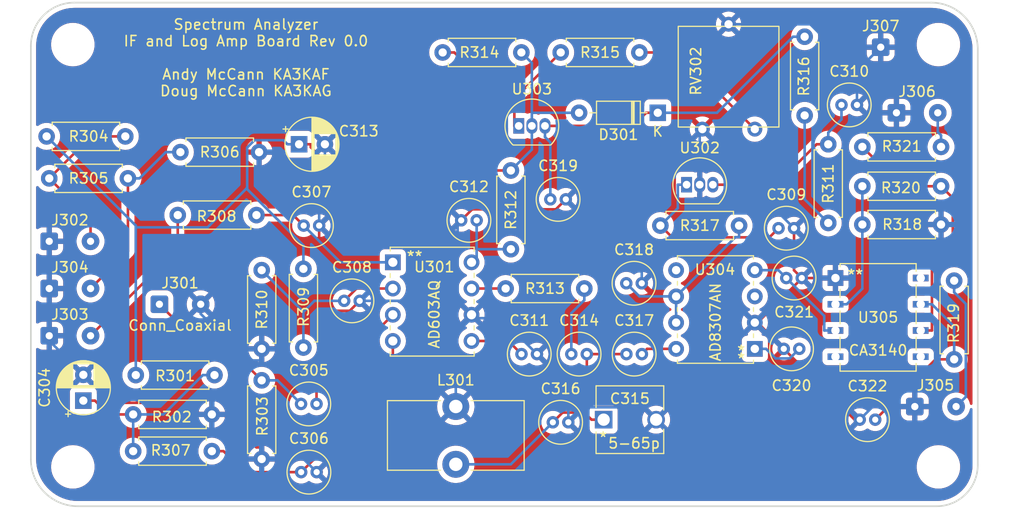
<source format=kicad_pcb>
(kicad_pcb (version 20221018) (generator pcbnew)
  (title_block (title "Spectrum Analyzer: IF and Log Amp") (date "2022-06-17") (rev "0.0") (company "Andy McCann KA3KAF and Doug McCann KA3KAG") (comment 2 "Wes Hayward W7ZOI") (comment 3 "Original Design By:"))
  (layers (0 "F.Cu" signal) (31 "B.Cu" signal) (34 "B.Paste" user) (35 "F.Paste" user) (36 "B.SilkS" user "B.Silkscreen") (37 "F.SilkS" user "F.Silkscreen") (38 "B.Mask" user) (39 "F.Mask" user) (44 "Edge.Cuts" user))
  (net 0 "")
  (net 1 "Net-(C304-Pad1)")
  (net 2 "GND")
  (net 3 "Net-(C305-Pad1)")
  (net 4 "Net-(C305-Pad2)")
  (net 5 "Net-(C306-Pad1)")
  (net 6 "Net-(C307-Pad1)")
  (net 7 "Net-(C308-Pad1)")
  (net 8 "+5")
  (net 9 "Net-(C310-Pad1)")
  (net 10 "Net-(C311-Pad1)")
  (net 11 "Net-(C312-Pad2)")
  (net 12 "+10")
  (net 13 "Net-(C314-Pad1)")
  (net 14 "Net-(C314-Pad2)")
  (net 15 "Net-(C317-Pad2)")
  (net 16 "Net-(C318-Pad1)")
  (net 17 "Net-(C319-Pad1)")
  (net 18 "Net-(C320-Pad2)")
  (net 19 "Net-(C321-Pad1)")
  (net 20 "Net-(C322-Pad2)")
  (net 21 "Net-(C301-Pad3)")
  (net 22 "Net-(C303-Pad3)")
  (net 23 "+15")
  (net 24 "Net-(R313-Pad1)")
  (net 25 "Net-(R314-Pad2)")
  (net 26 "Net-(R315-Pad2)")
  (net 27 "Net-(R318-Pad1)")
  (net 28 "Net-(J305-Pad2)")
  (net 29 "Net-(R320-Pad1)")
  (net 35 "Net-(C302-Pad3)")
  (net 36 "Net-(R321-Pad2)")
  (footprint "Resistor_THT:R_Axial_DIN0207_L6.3mm_D2.5mm_P7.62mm_Horizontal" (layer "F.Cu") (at 141.8336 96.6724 -90)
    (fp_text reference "R312")
    (fp_text value "10")
  )
  (footprint "Resistor_THT:R_Axial_DIN0207_L6.3mm_D2.5mm_P7.62mm_Horizontal" (layer "F.Cu") (at 156.3116 102.0064)
    (fp_text reference "R317")
    (fp_text value "10")
  )
  (footprint "Inductor_THT:L_Toroid_Vertical_L13.0mm_W6.5mm_P5.60mm" (layer "F.Cu") (at 136.4996 119.5264)
    (fp_text reference "L301")
    (fp_text value "1.05u")
  )
  (footprint "Resistor_THT:R_Axial_DIN0207_L6.3mm_D2.5mm_P7.62mm_Horizontal" (layer "F.Cu") (at 172.5676 101.7524 90)
    (fp_text reference "R311")
    (fp_text value "10")
  )
  (footprint "Capacitor_THT:C_Radial_D4.0mm_H5.0mm_P1.50mm" (layer "F.Cu") (at 121.5136 119.2784)
    (fp_text reference "C305")
    (fp_text value ".01u")
  )
  (footprint "if-log-amp:AD603AQ" (layer "F.Cu") (at 130.4036 105.5624)
    (fp_text reference "U301")
    (fp_text value "AD603AQ")
  )
  (footprint "Capacitor_THT:C_Radial_D4.0mm_H5.0mm_P1.50mm" (layer "F.Cu") (at 147.6876 114.4524)
    (fp_text reference "C314")
    (fp_text value "5.6p")
  )
  (footprint "Connector_Wire:SolderWire-0.15sqmm_1x02_P4mm_D0.5mm_OD1.5mm" (layer "F.Cu") (at 107.7976 109.6264)
    (fp_text reference "J301")
    (fp_text value "Conn_Coaxial")
  )
  (footprint "Resistor_THT:R_Axial_DIN0207_L6.3mm_D2.5mm_P7.62mm_Horizontal" (layer "F.Cu") (at 121.7422 113.8174 90)
    (fp_text reference "R309")
    (fp_text value "4.3k")
  )
  (footprint "Resistor_THT:R_Axial_DIN0207_L6.3mm_D2.5mm_P7.62mm_Horizontal" (layer "F.Cu") (at 117.7036 116.9924 -90)
    (fp_text reference "R303")
    (fp_text value "100")
  )
  (footprint "Resistor_THT:R_Axial_DIN0207_L6.3mm_D2.5mm_P7.62mm_Horizontal" (layer "F.Cu") (at 117.1956 100.9904 180)
    (fp_text reference "R308")
    (fp_text value "2.2k")
  )
  (footprint "MountingHole:MountingHole_3.2mm_M3" (layer "F.Cu") (at 99.4156 125.3744)
    (fp_text reference "H301" hide)
    (fp_text value "MountingHole")
  )
  (footprint "Capacitor_THT:C_Radial_D4.0mm_H5.0mm_P1.50mm" (layer "F.Cu") (at 121.7676 102.0064)
    (fp_text reference "C307")
    (fp_text value ".1u")
  )
  (footprint "Connector_Wire:SolderWire-0.15sqmm_1x02_P4mm_D0.5mm_OD1.5mm" (layer "F.Cu") (at 179.1716 91.0844)
    (fp_text reference "J306")
    (fp_text value "Conn_01x02_Male")
  )
  (footprint "Capacitor_THT:C_Radial_D4.0mm_H5.0mm_P1.50mm" (layer "F.Cu") (at 175.6156 120.8024)
    (fp_text reference "C322")
    (fp_text value ".1u")
  )
  (footprint "Capacitor_THT:C_Radial_D4.0mm_H5.0mm_P1.50mm" (layer "F.Cu") (at 153.0096 107.5944)
    (fp_text reference "C318")
    (fp_text value ".1u")
  )
  (footprint "Resistor_THT:R_Axial_DIN0207_L6.3mm_D2.5mm_P7.62mm_Horizontal" (layer "F.Cu") (at 141.3256 108.1024)
    (fp_text reference "R313")
    (fp_text value "1k")
  )
  (footprint "Diode_THT:D_DO-35_SOD27_P7.62mm_Horizontal" (layer "F.Cu") (at 156.0576 91.0844 180)
    (fp_text reference "D301")
    (fp_text value "1N4152")
  )
  (footprint "if-log-amp:GKG60015" (layer "F.Cu") (at 150.8191 120.8024)
    (fp_text reference "C315")
    (fp_text value "5-65p")
  )
  (footprint "Connector_Wire:SolderWire-0.15sqmm_1x02_P4mm_D0.5mm_OD1.5mm" (layer "F.Cu") (at 97.1296 112.6744)
    (fp_text reference "J303")
    (fp_text value "Conn_01x02_Male")
  )
  (footprint "Connector_Wire:SolderWire-0.15sqmm_1x02_P4mm_D0.5mm_OD1.5mm" (layer "F.Cu") (at 97.1296 103.5304)
    (fp_text reference "J302")
    (fp_text value "Conn_01x02_Male")
  )
  (footprint "Capacitor_THT:C_Radial_D4.0mm_H5.0mm_P1.50mm" (layer "F.Cu") (at 145.8976 121.0564)
    (fp_text reference "C316")
    (fp_text value "220p")
  )
  (footprint "Capacitor_THT:CP_Radial_D5.0mm_P2.50mm" (layer "F.Cu") (at 100.4316 118.9595 90)
    (fp_text reference "C304")
    (fp_text value "100u")
  )
  (footprint "if-log-amp:CA3140EZ" (layer "F.Cu") (at 173.2661 107.0864)
    (fp_text reference "U305")
    (fp_text value "CA3140")
  )
  (footprint "MountingHole:MountingHole_3.2mm_M3" (layer "F.Cu") (at 99.4156 84.4804)
    (fp_text reference "H302" hide)
    (fp_text value "MountingHole")
  )
  (footprint "Resistor_THT:R_Axial_DIN0207_L6.3mm_D2.5mm_P7.62mm_Horizontal" (layer "F.Cu") (at 183.4896 98.1964 180)
    (fp_text reference "R320")
    (fp_text value "2.2k")
  )
  (footprint "Resistor_THT:R_Axial_DIN0207_L6.3mm_D2.5mm_P7.62mm_Horizontal" (layer "F.Cu") (at 105.2576 123.8504)
    (fp_text reference "R307")
    (fp_text value "51")
  )
  (footprint "if-log-amp:AD8307AN" (layer "F.Cu") (at 165.4556 113.9444 180)
    (fp_text reference "U304")
    (fp_text value "AD8307AN")
  )
  (footprint "Capacitor_THT:C_Radial_D4.0mm_H5.0mm_P1.50mm" (layer "F.Cu") (at 168.5036 107.0864)
    (fp_text reference "C321")
    (fp_text value ".001u")
  )
  (footprint "Resistor_THT:R_Axial_DIN0207_L6.3mm_D2.5mm_P7.62mm_Horizontal" (layer "F.Cu") (at 97.1296 97.4344)
    (fp_text reference "R305")
    (fp_text value "510")
  )
  (footprint "Capacitor_THT:C_Radial_D4.0mm_H5.0mm_P1.50mm" (layer "F.Cu") (at 167.7536 102.2604)
    (fp_text reference "C309")
    (fp_text value ".1u")
  )
  (footprint "Connector_Wire:SolderWire-0.15sqmm_1x02_P4mm_D0.5mm_OD1.5mm" (layer "F.Cu") (at 180.9496 119.5324)
    (fp_text reference "J305")
    (fp_text value "Conn_01x02_Male")
  )
  (footprint "if-log-amp:Potentiometer_Bourns_3386G_Vertical" (layer "F.Cu") (at 165.4556 92.3544 90)
    (fp_text reference "RV302")
    (fp_text value "100")
  )
  (footprint "Capacitor_THT:C_Radial_D4.0mm_H5.0mm_P1.50mm" (layer "F.Cu") (at 168.2616 113.9444)
    (fp_text reference "C320")
    (fp_text value ".1u")
  )
  (footprint "Resistor_THT:R_Axial_DIN0207_L6.3mm_D2.5mm_P7.62mm_Horizontal" (layer "F.Cu") (at 175.8696 94.3864)
    (fp_text reference "R321")
    (fp_text value "1k")
  )
  (footprint "Resistor_THT:R_Axial_DIN0207_L6.3mm_D2.5mm_P7.62mm_Horizontal" (layer "F.Cu") (at 146.6596 85.2424)
    (fp_text reference "R315")
    (fp_text value "1.5k")
  )
  (footprint "Capacitor_THT:C_Radial_D4.0mm_H5.0mm_P1.50mm" (layer "F.Cu") (at 142.8616 114.4524)
    (fp_text reference "C311")
    (fp_text value "18u")
  )
  (footprint "Resistor_THT:R_Axial_DIN0207_L6.3mm_D2.5mm_P7.62mm_Horizontal" (layer "F.Cu") (at 105.2576 120.2944)
    (fp_text reference "R302")
    (fp_text value "2.2k")
  )
  (footprint "Capacitor_THT:CP_Radial_D5.0mm_P2.50mm" (layer "F.Cu") (at 121.3245 94.1324)
    (fp_text reference "C313")
    (fp_text value "22u")
  )
  (footprint "Capacitor_THT:C_Radial_D4.0mm_H5.0mm_P1.50mm" (layer "F.Cu") (at 125.6912 109.2962)
    (fp_text reference "C308")
    (fp_text value ".1u")
  )
  (footprint "Capacitor_THT:C_Radial_D4.0mm_H5.0mm_P1.50mm" (layer "F.Cu") (at 173.8496 90.3224)
    (fp_text reference "C310")
    (fp_text value ".22u")
  )
  (footprint "Resistor_THT:R_Axial_DIN0207_L6.3mm_D2.5mm_P7.62mm_Horizontal" (layer "F.Cu") (at 184.7596 114.9604 90)
    (fp_text reference "R319")
    (fp_text value "51")
  )
  (footprint "Resistor_THT:R_Axial_DIN0207_L6.3mm_D2.5mm_P7.62mm_Horizontal" (layer "F.Cu") (at 105.5116 116.4844)
    (fp_text reference "R301")
    (fp_text value "2.2k")
  )
  (footprint "MountingHole:MountingHole_3.2mm_M3" (layer "F.Cu") (at 183.2356 125.3744)
    (fp_text reference "H304" hide)
    (fp_text value "MountingHole")
  )
  (footprint "Capacitor_THT:C_Radial_D4.0mm_H5.0mm_P1.50mm" (layer "F.Cu") (at 137.0196 101.4984)
    (fp_text reference "C312")
    (fp_text value ".1u")
  )
  (footprint "Package_TO_SOT_THT:TO-92_Inline" (layer "F.Cu") (at 158.8516 98.0484)
    (fp_text reference "U302")
    (fp_text value "L78L05_TO92")
  )
  (footprint "Resistor_THT:R_Axial_DIN0207_L6.3mm_D2.5mm_P7.62mm_Horizontal" (layer "F.Cu") (at 117.7036 106.3244 -90)
    (fp_text reference "R310")
    (fp_text value "5.6k")
  )
  (footprint "Capacitor_THT:C_Radial_D4.0mm_H5.0mm_P1.50mm" (layer "F.Cu") (at 121.5256 125.8824)
    (fp_text reference "C306")
    (fp_text value ".1u")
  )
  (footprint "Resistor_THT:R_Axial_DIN0207_L6.3mm_D2.5mm_P7.62mm_Horizontal" (layer "F.Cu") (at 170.2816 91.3384 90)
    (fp_text reference "R316")
    (fp_text value "10")
  )
  (footprint "Resistor_THT:R_Axial_DIN0207_L6.3mm_D2.5mm_P7.62mm_Horizontal" (layer "F.Cu") (at 96.8756 93.3704)
    (fp_text reference "R304")
    (fp_text value "680")
  )
  (footprint "MountingHole:MountingHole_3.2mm_M3" (layer "F.Cu") (at 183.2356 84.4804)
    (fp_text reference "H303" hide)
    (fp_text value "MountingHole")
  )
  (footprint "Capacitor_THT:C_Radial_D4.0mm_H5.0mm_P1.50mm" (layer "F.Cu") (at 145.6556 99.4664)
    (fp_text reference "C319")
    (fp_text value ".1u")
  )
  (footprint "Connector_Wire:SolderWire-0.15sqmm_1x02_P4mm_D0.5mm_OD1.5mm" (layer "F.Cu") (at 97.1296 108.1024)
    (fp_text reference "J304")
    (fp_text value "Conn_01x02_Male")
  )
  (footprint "Connector_Wire:SolderWire-0.15sqmm_1x01_D0.5mm_OD1.5mm" (layer "F.Cu") (at 177.6476 84.7344)
    (fp_text reference "J307")
    (fp_text value "Board to Box Ground")
  )
  (footprint "Package_TO_SOT_THT:TO-92_Inline" (layer "F.Cu") (at 142.5956 92.3544)
    (fp_text reference "U303")
    (fp_text value "LM317L_TO92")
  )
  (footprint "Capacitor_THT:C_Radial_D4.0mm_H5.0mm_P1.50mm" (layer "F.Cu") (at 153.0216 114.4524)
    (fp_text reference "C317")
    (fp_text value "5.6p")
  )
  (footprint "Resistor_THT:R_Axial_DIN0207_L6.3mm_D2.5mm_P7.62mm_Horizontal" (layer "F.Cu") (at 142.8496 85.2424 180)
    (fp_text reference "R314")
    (fp_text value "220")
  )
  (footprint "Resistor_THT:R_Axial_DIN0207_L6.3mm_D2.5mm_P7.62mm_Horizontal" (layer "F.Cu") (at 109.8296 94.8944)
    (fp_text reference "R306")
    (fp_text value "1k")
  )
  (footprint "Resistor_THT:R_Axial_DIN0207_L6.3mm_D2.5mm_P7.62mm_Horizontal" (layer "F.Cu") (at 175.8696 101.9048)
    (fp_text reference "R318")
    (fp_text value "680")
  )
  (gr_arc (start 95.3516 84.622991) (mid 96.583682 81.648482) (end 99.558191 80.4164) (stroke (width 0.16)) (layer "Edge.Cuts"))
  (gr_arc (start 187.0456 125.195725) (mid 185.877344 128.016144) (end 183.056925 129.1844) (stroke (width 0.16)) (layer "Edge.Cuts"))
  (gr_arc (start 99.903961 129.1844) (mid 96.684956 127.851044) (end 95.3516 124.632039) (stroke (width 0.16)) (layer "Edge.Cuts"))
  (gr_line (start 187.0456 125.195725) (end 187.0456 84.926181) (stroke (width 0.16)) (layer "Edge.Cuts"))
  (gr_line (start 99.903961 129.1844) (end 183.056925 129.1844) (stroke (width 0.16)) (layer "Edge.Cuts"))
  (gr_line (start 95.3516 84.622991) (end 95.3516 124.632039) (stroke (width 0.16)) (layer "Edge.Cuts"))
  (gr_arc (start 182.535819 80.4164) (mid 185.724716 81.737284) (end 187.0456 84.926181) (stroke (width 0.16)) (layer "Edge.Cuts"))
  (gr_line (start 182.535819 80.4164) (end 99.558191 80.4164) (stroke (width 0.16)) (layer "Edge.Cuts"))
  (gr_text "Spectrum Analyzer\nIF and Log Amp Board Rev 0.0\n\nAndy McCann KA3KAF\nDoug McCann KA3KAG" (at 116.1796 85.7504) (layer "F.SilkS") (effects (font (size 1 1))))
  (segment (start 105.2576 120.2944) (end 102.8918 120.2944) (width 0.25) (layer "F.Cu") (net 1))
  (segment (start 100.4316 118.9595) (end 101.5569 118.9595) (width 0.25) (layer "F.Cu") (net 1))
  (segment (start 102.8918 120.2944) (end 101.5569 118.9595) (width 0.25) (layer "F.Cu") (net 1))
  (segment (start 105.2576 120.2944) (end 105.2576 123.8504) (width 0.25) (layer "B.Cu") (net 1))
  (segment (start 108.1963 120.2944) (end 105.2576 120.2944) (width 0.25) (layer "B.Cu") (net 1))
  (segment (start 112.0063 116.4844) (end 108.1963 120.2944) (width 0.25) (layer "B.Cu") (net 1))
  (segment (start 113.1316 116.4844) (end 112.0063 116.4844) (width 0.25) (layer "B.Cu") (net 1))
  (segment (start 138.0856 100.4324) (end 137.0196 101.4984) (width 0.25) (layer "F.Cu") (net 2))
  (segment (start 112.315 120.2944) (end 111.7523 120.2944) (width 0.25) (layer "F.Cu") (net 2))
  (segment (start 122.5146 110.2587) (end 118.8289 113.9444) (width 0.25) (layer "F.Cu") (net 2))
  (segment (start 112.315 120.2944) (end 112.8776 120.2944) (width 0.25) (layer "F.Cu") (net 2))
  (segment (start 165.4556 111.4044) (end 165.7216 111.4044) (width 0.25) (layer "F.Cu") (net 2))
  (segment (start 100.4316 116.4595) (end 103.1412 119.1691) (width 0.25) (layer "F.Cu") (net 2))
  (segment (start 169.2536 102.2604) (end 169.2536 106.3364) (width 0.25) (layer "F.Cu") (net 2))
  (segment (start 103.1412 119.1691) (end 110.627 119.1691) (width 0.25) (layer "F.Cu") (net 2))
  (segment (start 117.1956 123.4871) (end 117.7036 123.4871) (width 0.25) (layer "F.Cu") (net 2))
  (segment (start 147.1556 99.4664) (end 146.1896 100.4324) (width 0.25) (layer "F.Cu") (net 2))
  (segment (start 177.1827 107.0864) (end 173.2661 107.0864) (width 0.25) (layer "F.Cu") (net 2))
  (segment (start 173.2661 107.0864) (end 172.1788 107.0864) (width 0.25) (layer "F.Cu") (net 2))
  (segment (start 114.0029 120.2944) (end 117.1956 123.4871) (width 0.25) (layer "F.Cu") (net 2))
  (segment (start 165.7216 111.4044) (end 168.2616 113.9444) (width 0.25) (layer "F.Cu") (net 2))
  (segment (start 127.1912 109.2962) (end 126.2287 110.2587) (width 0.25) (layer "F.Cu") (net 2))
  (segment (start 183.4896 101.9048) (end 182.3643 101.9048) (width 0.25) (layer "F.Cu") (net 2))
  (segment (start 112.8776 120.2944) (end 114.0029 120.2944) (width 0.25) (layer "F.Cu") (net 2))
  (segment (start 117.7036 113.9444) (end 118.8289 113.9444) (width 0.25) (layer "F.Cu") (net 2))
  (segment (start 170.0036 107.1224) (end 165.7216 111.4044) (width 0.25) (layer "F.Cu") (net 2))
  (segment (start 175.6156 120.8024) (end 175.1196 120.8024) (width 0.25) (layer "F.Cu") (net 2))
  (segment (start 170.0036 107.0864) (end 172.1788 107.0864) (width 0.25) (layer "F.Cu") (net 2))
  (segment (start 126.2287 110.2587) (end 123.2676 110.2587) (width 0.25) (layer "F.Cu") (net 2))
  (segment (start 175.1196 120.8024) (end 168.2616 113.9444) (width 0.25) (layer "F.Cu") (net 2))
  (segment (start 123.2676 102.0064) (end 123.2676 110.2587) (width 0.25) (layer "F.Cu") (net 2))
  (segment (start 182.3643 101.9048) (end 177.1827 107.0864) (width 0.25) (layer "F.Cu") (net 2))
  (segment (start 117.7036 124.6124) (end 117.7036 123.4871) (width 0.25) (layer "F.Cu") (net 2))
  (segment (start 146.1896 100.4324) (end 138.0856 100.4324) (width 0.25) (layer "F.Cu") (net 2))
  (segment (start 110.627 119.1691) (end 111.7523 120.2944) (width 0.25) (layer "F.Cu") (net 2))
  (segment (start 123.2676 110.2587) (end 122.5146 110.2587) (width 0.25) (layer "F.Cu") (net 2))
  (segment (start 170.0036 107.0864) (end 170.0036 107.1224) (width 0.25) (layer "F.Cu") (net 2))
  (segment (start 169.2536 106.3364) (end 170.0036 107.0864) (width 0.25) (layer "F.Cu") (net 2))
  (segment (start 175.3496 87.0324) (end 177.6476 84.7344) (width 0.25) (layer "B.Cu") (net 2))
  (segment (start 160.1216 99.0111) (end 160.1216 100.8211) (width 0.25) (layer "B.Cu") (net 2))
  (segment (start 123.2676 96.9959) (end 120.6764 96.9959) (width 0.25) (layer "B.Cu") (net 2))
  (segment (start 183.4896 100.7795) (end 179.1716 96.4615) (width 0.25) (layer "B.Cu") (net 2))
  (segment (start 167.8143 100.8211) (end 169.2536 102.2604) (width 0.25) (layer "B.Cu") (net 2))
  (segment (start 176.8856 119.5324) (end 180.9496 119.5324) (width 0.25) (layer "B.Cu") (net 2))
  (segment (start 116.3114 115.0697) (end 116.3114 115.7353) (width 0.25) (layer "B.Cu") (net 2))
  (segment (start 147.3976 119.6029) (end 154.6996 119.6029) (width 0.25) (layer "B.Cu") (net 2))
  (segment (start 116.3114 115.0697) (end 111.7976 110.5559) (width 0.25) (layer "B.Cu") (net 2))
  (segment (start 117.7036 124.6124) (end 121.7556 124.6124) (width 0.25) (layer "B.Cu") (net 2))
  (segment (start 136.4996 119.5264) (end 136.4996 112.4966) (width 0.25) (layer "B.Cu") (net 2))
  (segment (start 112.8776 120.2944) (end 112.8776 119.1691) (width 0.25) (layer "B.Cu") (net 2))
  (segment (start 123.8245 96.439) (end 123.2676 96.9959) (width 0.25) (layer "B.Cu") (net 2))
  (segment (start 183.4896 101.9048) (end 183.4896 100.7795) (width 0.25) (layer "B.Cu") (net 2))
  (segment (start 160.1216 100.8211) (end 154.5096 106.4331) (width 0.25) (layer "B.Cu") (net 2))
  (segment (start 120.6764 96.9959) (end 118.5749 94.8944) (width 0.25) (layer "B.Cu") (net 2))
  (segment (start 127.1912 109.2962) (end 136.6774 109.2962) (width 0.25) (layer "B.Cu") (net 2))
  (segment (start 179.1716 96.4615) (end 179.1716 91.0844) (width 0.25) (layer "B.Cu") (net 2))
  (segment (start 160.1216 100.8211) (end 167.8143 100.8211) (width 0.25) (layer "B.Cu") (net 2))
  (segment (start 138.0236 110.9726) (end 140.8818 110.9726) (width 0.25) (layer "B.Cu") (net 2))
  (segment (start 138.0236 110.6424) (end 138.0236 110.9726) (width 0.25) (layer "B.Cu") (net 2))
  (segment (start 179.1716 91.0844) (end 176.1116 91.0844) (width 0.25) (layer "B.Cu") (net 2))
  (segment (start 147.3976 119.6029) (end 147.3976 117.4884) (width 0.25) (layer "B.Cu") (net 2))
  (segment (start 111.7976 110.5559) (end 111.7976 109.6264) (width 0.25) (layer "B.Cu") (net 2))
  (segment (start 117.7036 115.0697) (end 116.3114 115.0697) (width 0.25) (layer "B.Cu") (net 2))
  (segment (start 175.3496 87.0324) (end 170.8266 82.5094) (width 0.25) (layer "B.Cu") (net 2))
  (segment (start 160.1216 98.0484) (end 160.1216 99.0111) (width 0.25) (layer "B.Cu") (net 2))
  (segment (start 147.3976 117.4884) (end 144.3616 114.4524) (width 0.25) (layer "B.Cu") (net 2))
  (segment (start 154.1223 106.4331) (end 154.5096 106.4331) (width 0.25) (layer "B.Cu") (net 2))
  (segment (start 121.7556 124.6124) (end 123.0256 125.8824) (width 0.25) (layer "B.Cu") (net 2))
  (segment (start 116.3114 115.7353) (end 112.8776 119.1691) (width 0.25) (layer "B.Cu") (net 2))
  (segment (start 170.8266 82.5094) (end 162.9156 82.5094) (width 0.25) (layer "B.Cu") (net 2))
  (segment (start 136.6774 109.2962) (end 138.0236 110.6424) (width 0.25) (layer "B.Cu") (net 2))
  (segment (start 140.8818 110.9726) (end 144.3616 114.4524) (width 0.25) (layer "B.Cu") (net 2))
  (segment (start 136.6774 101.8406) (end 137.0196 101.4984) (width 0.25) (layer "B.Cu") (net 2))
  (segment (start 97.1296 112.6744) (end 97.1296 108.1024) (width 0.25) (layer "B.Cu") (net 2))
  (segment (start 97.1296 103.5304) (end 97.1296 108.1024) (width 0.25) (layer "B.Cu") (net 2))
  (segment (start 123.8245 94.1324) (end 123.8245 96.439) (width 0.25) (layer "B.Cu") (net 2))
  (segment (start 117.7036 113.9444) (end 117.7036 115.0697) (width 0.25) (layer "B.Cu") (net 2))
  (segment (start 176.1116 91.0844) (end 175.3496 90.3224) (width 0.25) (layer "B.Cu") (net 2))
  (segment (start 117.4496 94.8944) (end 118.5749 94.8944) (width 0.25) (layer "B.Cu") (net 2))
  (segment (start 123.2676 102.0064) (end 123.2676 96.9959) (width 0.25) (layer "B.Cu") (net 2))
  (segment (start 154.5096 106.4331) (end 154.5096 107.5944) (width 0.25) (layer "B.Cu") (net 2))
  (segment (start 160.1216 92.9234) (end 160.1216 98.0484) (width 0.25) (layer "B.Cu") (net 2))
  (segment (start 147.1556 99.4664) (end 154.1223 106.4331) (width 0.25) (layer "B.Cu") (net 2))
  (segment (start 147.3976 121.0564) (end 147.3976 119.6029) (width 0.25) (layer "B.Cu") (net 2))
  (segment (start 136.4996 112.4966) (end 138.0236 110.9726) (width 0.25) (layer "B.Cu") (net 2))
  (segment (start 136.6774 109.2962) (end 136.6774 101.8406) (width 0.25) (layer "B.Cu") (net 2))
  (segment (start 100.4316 116.4595) (end 97.1296 113.1575) (width 0.25) (layer "B.Cu") (net 2))
  (segment (start 160.3756 92.6694) (end 160.1216 92.9234) (width 0.25) (layer "B.Cu") (net 2))
  (segment (start 154.6996 119.6029) (end 155.8991 120.8024) (width 0.25) (layer "B.Cu") (net 2))
  (segment (start 175.3496 90.3224) (end 175.3496 87.0324) (width 0.25) (layer "B.Cu") (net 2))
  (segment (start 97.1296 113.1575) (end 97.1296 112.6744) (width 0.25) (layer "B.Cu") (net 2))
  (segment (start 175.6156 120.8024) (end 176.8856 119.5324) (width 0.25) (layer "B.Cu") (net 2))
  (segment (start 117.7036 116.9924) (end 112.1059 111.3947) (width 0.25) (layer "F.Cu") (net 3))
  (segment (start 112.1059 111.3947) (end 109.5659 111.3947) (width 0.25) (layer "F.Cu") (net 3))
  (segment (start 109.5659 111.3947) (end 107.7976 109.6264) (width 0.25) (layer "F.Cu") (net 3))
  (segment (start 117.7036 116.9924) (end 119.2276 116.9924) (width 0.25) (layer "B.Cu") (net 3))
  (segment (start 119.2276 116.9924) (end 121.5136 119.2784) (width 0.25) (layer "B.Cu") (net 3))
  (segment (start 130.4036 110.6424) (end 123.0136 118.0324) (width 0.25) (layer "F.Cu") (net 4))
  (segment (start 123.0136 118.0324) (end 123.0136 119.2784) (width 0.25) (layer "F.Cu") (net 4))
  (segment (start 114.0029 123.8504) (end 116.0349 125.8824) (width 0.25) (layer "F.Cu") (net 5))
  (segment (start 116.0349 125.8824) (end 121.5256 125.8824) (width 0.25) (layer "F.Cu") (net 5))
  (segment (start 112.8776 123.8504) (end 114.0029 123.8504) (width 0.25) (layer "F.Cu") (net 5))
  (segment (start 130.4036 117.0044) (end 121.5256 125.8824) (width 0.25) (layer "F.Cu") (net 5))
  (segment (start 130.4036 113.1824) (end 130.4036 117.0044) (width 0.25) (layer "F.Cu") (net 5))
  (segment (start 120.7516 100.9904) (end 121.7676 102.0064) (width 0.25) (layer "F.Cu") (net 6))
  (segment (start 117.1956 100.9904) (end 120.7516 100.9904) (width 0.25) (layer "F.Cu") (net 6))
  (segment (start 130.4036 105.5624) (end 125.3236 105.5624) (width 0.25) (layer "B.Cu") (net 6))
  (segment (start 125.3236 105.5624) (end 121.7676 102.0064) (width 0.25) (layer "B.Cu") (net 6))
  (segment (start 130.4036 108.1024) (end 126.885 108.1024) (width 0.25) (layer "F.Cu") (net 7))
  (segment (start 126.885 108.1024) (end 125.6912 109.2962) (width 0.25) (layer "F.Cu") (net 7))
  (segment (start 117.7036 106.3244) (end 121.7422 110.363) (width 0.25) (layer "B.Cu") (net 7))
  (segment (start 122.809 109.2962) (end 121.7422 110.363) (width 0.25) (layer "B.Cu") (net 7))
  (segment (start 125.6912 109.2962) (end 122.809 109.2962) (width 0.25) (layer "B.Cu") (net 7))
  (segment (start 121.7422 110.363) (end 121.7422 113.8174) (width 0.25) (layer "B.Cu") (net 7))
  (segment (start 157.4527 103.1475) (end 156.3116 102.0064) (width 0.25) (layer "F.Cu") (net 8))
  (segment (start 166.8665 103.1475) (end 157.4527 103.1475) (width 0.25) (layer "F.Cu") (net 8))
  (segment (start 167.7536 102.2604) (end 166.8665 103.1475) (width 0.25) (layer "F.Cu") (net 8))
  (segment (start 158.0013 98.0484) (end 158.0013 100.3167) (width 0.25) (layer "B.Cu") (net 8))
  (segment (start 158.0013 100.3167) (end 156.3116 102.0064) (width 0.25) (layer "B.Cu") (net 8))
  (segment (start 158.8516 98.0484) (end 158.0013 98.0484) (width 0.25) (layer "B.Cu") (net 8))
  (segment (start 172.5676 94.1324) (end 171.4423 94.1324) (width 0.25) (layer "F.Cu") (net 9))
  (segment (start 167.5263 98.0484) (end 171.4423 94.1324) (width 0.25) (layer "F.Cu") (net 9))
  (segment (start 161.3916 98.0484) (end 167.5263 98.0484) (width 0.25) (layer "F.Cu") (net 9))
  (segment (start 173.8496 91.7251) (end 173.8496 90.3224) (width 0.25) (layer "B.Cu") (net 9))
  (segment (start 172.5676 93.0071) (end 173.8496 91.7251) (width 0.25) (layer "B.Cu") (net 9))
  (segment (start 172.5676 94.1324) (end 172.5676 93.0071) (width 0.25) (layer "B.Cu") (net 9))
  (segment (start 138.0236 113.1824) (end 141.5916 113.1824) (width 0.25) (layer "F.Cu") (net 10))
  (segment (start 141.5916 113.1824) (end 142.8616 114.4524) (width 0.25) (layer "F.Cu") (net 10))
  (segment (start 138.5196 104.2924) (end 138.5196 101.4984) (width 0.25) (layer "B.Cu") (net 11))
  (segment (start 138.5196 104.2924) (end 140.7083 104.2924) (width 0.25) (layer "B.Cu") (net 11))
  (segment (start 138.5196 105.0664) (end 138.5196 104.2924) (width 0.25) (layer "B.Cu") (net 11))
  (segment (start 138.0236 105.5624) (end 138.5196 105.0664) (width 0.25) (layer "B.Cu") (net 11))
  (segment (start 141.8336 104.2924) (end 140.7083 104.2924) (width 0.25) (layer "B.Cu") (net 11))
  (segment (start 124.7085 96.6724) (end 122.4498 94.4137) (width 0.25) (layer "F.Cu") (net 12))
  (segment (start 141.8336 96.6724) (end 124.7085 96.6724) (width 0.25) (layer "F.Cu") (net 12))
  (segment (start 122.4498 94.4137) (end 122.4498 94.1324) (width 0.25) (layer "F.Cu") (net 12))
  (segment (start 121.3245 94.1324) (end 122.4498 94.1324) (width 0.25) (layer "F.Cu") (net 12))
  (segment (start 121.7422 103.9258) (end 121.7422 106.1974) (width 0.25) (layer "B.Cu") (net 12))
  (segment (start 147.3123 91.0844) (end 143.8656 91.0844) (width 0.25) (layer "B.Cu") (net 12))
  (segment (start 143.8656 91.0844) (end 143.8656 92.3544) (width 0.25) (layer "B.Cu") (net 12))
  (segment (start 96.8756 93.3704) (end 105.5116 102.0064) (width 0.25) (layer "B.Cu") (net 12))
  (segment (start 116.2962 94.4448) (end 117.0035 93.7375) (width 0.25) (layer "B.Cu") (net 12))
  (segment (start 116.2962 98.3503) (end 116.2962 94.4448) (width 0.25) (layer "B.Cu") (net 12))
  (segment (start 119.8043 93.7375) (end 120.1992 94.1324) (width 0.25) (layer "B.Cu") (net 12))
  (segment (start 116.2315 98.415) (end 121.7422 103.9258) (width 0.25) (layer "B.Cu") (net 12))
  (segment (start 112.4684 102.1781) (end 116.2315 98.415) (width 0.25) (layer "B.Cu") (net 12))
  (segment (start 105.5116 102.1781) (end 105.5116 116.4844) (width 0.25) (layer "B.Cu") (net 12))
  (segment (start 142.8496 85.2424) (end 143.8656 86.2584) (width 0.25) (layer "B.Cu") (net 12))
  (segment (start 116.2315 98.415) (end 116.2962 98.3503) (width 0.25) (layer "B.Cu") (net 12))
  (segment (start 143.8656 94.6404) (end 141.8336 96.6724) (width 0.25) (layer "B.Cu") (net 12))
  (segment (start 121.3245 94.1324) (end 120.1992 94.1324) (width 0.25) (layer "B.Cu") (net 12))
  (segment (start 148.4376 91.0844) (end 147.3123 91.0844) (width 0.25) (layer "B.Cu") (net 12))
  (segment (start 143.8656 86.2584) (end 143.8656 91.0844) (width 0.25) (layer "B.Cu") (net 12))
  (segment (start 105.5116 102.0064) (end 105.5116 102.1781) (width 0.25) (layer "B.Cu") (net 12))
  (segment (start 143.8656 92.3544) (end 143.8656 94.6404) (width 0.25) (layer "B.Cu") (net 12))
  (segment (start 117.0035 93.7375) (end 119.8043 93.7375) (width 0.25) (layer "B.Cu") (net 12))
  (segment (start 105.5116 102.1781) (end 112.4684 102.1781) (width 0.25) (layer "B.Cu") (net 12))
  (segment (start 147.6876 110.4857) (end 147.6876 114.4524) (width 0.25) (layer "B.Cu") (net 13))
  (segment (start 148.9456 109.2277) (end 147.6876 110.4857) (width 0.25) (layer "B.Cu") (net 13))
  (segment (start 148.9456 108.1024) (end 148.9456 109.2277) (width 0.25) (layer "B.Cu") (net 13))
  (segment (start 150.8191 120.8024) (end 149.6429 120.8024) (width 0.25) (layer "F.Cu") (net 14))
  (segment (start 153.0216 114.4524) (end 149.1876 114.4524) (width 0.25) (layer "F.Cu") (net 14))
  (segment (start 146.8391 120.1149) (end 145.8976 121.0564) (width 0.25) (layer "F.Cu") (net 14))
  (segment (start 148.9554 120.1149) (end 146.8391 120.1149) (width 0.25) (layer "F.Cu") (net 14))
  (segment (start 149.6429 120.8024) (end 148.9554 120.1149) (width 0.25) (layer "F.Cu") (net 14))
  (segment (start 149.1876 119.8827) (end 148.9554 120.1149) (width 0.25) (layer "F.Cu") (net 14))
  (segment (start 149.1876 114.4524) (end 149.1876 119.8827) (width 0.25) (layer "F.Cu") (net 14))
  (segment (start 141.8276 125.1264) (end 136.4996 125.1264) (width 0.25) (layer "B.Cu") (net 14))
  (segment (start 145.8976 121.0564) (end 141.8276 125.1264) (width 0.25) (layer "B.Cu") (net 14))
  (segment (start 155.0296 113.9444) (end 154.5216 114.4524) (width 0.25) (layer "F.Cu") (net 15))
  (segment (start 157.8356 113.9444) (end 155.0296 113.9444) (width 0.25) (layer "F.Cu") (net 15))
  (segment (start 163.9316 102.0064) (end 163.9316 103.1317) (width 0.25) (layer "B.Cu") (net 16))
  (segment (start 154.2796 108.8644) (end 153.0096 107.5944) (width 0.25) (layer "B.Cu") (net 16))
  (segment (start 157.8356 108.8644) (end 154.2796 108.8644) (width 0.25) (layer "B.Cu") (net 16))
  (segment (start 157.8356 108.8644) (end 163.5683 103.1317) (width 0.25) (layer "B.Cu") (net 16))
  (segment (start 163.5683 103.1317) (end 163.9316 103.1317) (width 0.25) (layer "B.Cu") (net 16))
  (segment (start 157.8356 111.4044) (end 157.8356 108.8644) (width 0.25) (layer "B.Cu") (net 16))
  (segment (start 153.6623 92.3544) (end 145.1356 92.3544) (width 0.25) (layer "F.Cu") (net 17))
  (segment (start 156.0576 91.0844) (end 154.9323 91.0844) (width 0.25) (layer "F.Cu") (net 17))
  (segment (start 154.9323 91.0844) (end 153.6623 92.3544) (width 0.25) (layer "F.Cu") (net 17))
  (segment (start 145.1356 93.4297) (end 145.6556 93.9497) (width 0.25) (layer "B.Cu") (net 17))
  (segment (start 170.2816 83.7184) (end 169.1563 83.7184) (width 0.25) (layer "B.Cu") (net 17))
  (segment (start 161.7903 91.0844) (end 156.0576 91.0844) (width 0.25) (layer "B.Cu") (net 17))
  (segment (start 145.6556 93.9497) (end 145.6556 99.4664) (width 0.25) (layer "B.Cu") (net 17))
  (segment (start 169.1563 83.7184) (end 161.7903 91.0844) (width 0.25) (layer "B.Cu") (net 17))
  (segment (start 145.1356 92.3544) (end 145.1356 93.4297) (width 0.25) (layer "B.Cu") (net 17))
  (segment (start 167.4705 114.872) (end 168.834 114.872) (width 0.25) (layer "B.Cu") (net 18))
  (segment (start 165.4556 113.9444) (end 166.5429 113.9444) (width 0.25) (layer "B.Cu") (net 18))
  (segment (start 166.5429 113.9444) (end 167.4705 114.872) (width 0.25) (layer "B.Cu") (net 18))
  (segment (start 168.834 114.872) (end 169.7616 113.9444) (width 0.25) (layer "B.Cu") (net 18))
  (segment (start 173.2661 112.1664) (end 172.1788 112.1664) (width 0.25) (layer "B.Cu") (net 19))
  (segment (start 165.4556 106.3244) (end 167.7416 106.3244) (width 0.25) (layer "B.Cu") (net 19))
  (segment (start 172.1788 112.1664) (end 172.1788 110.7616) (width 0.25) (layer "B.Cu") (net 19))
  (segment (start 172.1788 110.7616) (end 168.5036 107.0864) (width 0.25) (layer "B.Cu") (net 19))
  (segment (start 167.7416 106.3244) (end 168.5036 107.0864) (width 0.25) (layer "B.Cu") (net 19))
  (segment (start 184.7596 114.9604) (end 182.9576 114.9604) (width 0.25) (layer "F.Cu") (net 20))
  (segment (start 182.9576 114.9604) (end 177.1156 120.8024) (width 0.25) (layer "F.Cu") (net 20))
  (segment (start 182.6084 109.6264) (end 184.7596 111.7776) (width 0.25) (layer "B.Cu") (net 20))
  (segment (start 181.5211 109.6264) (end 182.6084 109.6264) (width 0.25) (layer "B.Cu") (net 20))
  (segment (start 184.7596 111.7776) (end 184.7596 114.9604) (width 0.25) (layer "B.Cu") (net 20))
  (segment (start 101.1936 93.3704) (end 97.1296 97.4344) (width 0.25) (layer "F.Cu") (net 21))
  (segment (start 101.1296 101.4344) (end 97.1296 97.4344) (width 0.25) (layer "F.Cu") (net 21))
  (segment (start 101.1296 103.5304) (end 101.1296 101.4344) (width 0.25) (layer "F.Cu") (net 21))
  (segment (start 104.4956 93.3704) (end 101.1936 93.3704) (width 0.25) (layer "F.Cu") (net 21))
  (segment (start 104.7496 97.4344) (end 104.7496 104.4824) (width 0.25) (layer "F.Cu") (net 22))
  (segment (start 104.7496 104.4824) (end 101.1296 108.1024) (width 0.25) (layer "F.Cu") (net 22))
  (segment (start 109.8296 94.8944) (end 108.4149 94.8944) (width 0.25) (layer "B.Cu") (net 22))
  (segment (start 104.7496 97.4344) (end 105.8749 97.4344) (width 0.25) (layer "B.Cu") (net 22))
  (segment (start 108.4149 94.8944) (end 105.8749 97.4344) (width 0.25) (layer "B.Cu") (net 22))
  (segment (start 170.2816 99.4664) (end 172.5676 101.7524) (width 0.25) (layer "B.Cu") (net 23))
  (segment (start 170.2816 91.3384) (end 170.2816 99.4664) (width 0.25) (layer "B.Cu") (net 23))
  (segment (start 141.3256 108.1024) (end 138.0236 108.1024) (width 0.25) (layer "F.Cu") (net 24))
  (segment (start 142.1705 89.7315) (end 146.6596 85.2424) (width 0.25) (layer "F.Cu") (net 25))
  (segment (start 136.3549 85.2424) (end 140.844 89.7315) (width 0.25) (layer "F.Cu") (net 25))
  (segment (start 140.844 89.7315) (end 142.1705 89.7315) (width 0.25) (layer "F.Cu") (net 25))
  (segment (start 142.5956 92.3544) (end 142.1705 92.3544) (width 0.25) (layer "F.Cu") (net 25))
  (segment (start 135.2296 85.2424) (end 136.3549 85.2424) (width 0.25) (layer "F.Cu") (net 25))
  (segment (start 142.1705 92.3544) (end 142.1705 89.7315) (width 0.25) (layer "F.Cu") (net 25))
  (segment (start 154.2796 85.2424) (end 158.0286 85.2424) (width 0.25) (layer "F.Cu") (net 26))
  (segment (start 158.0286 85.2424) (end 165.4556 92.6694) (width 0.25) (layer "F.Cu") (net 26))
  (segment (start 175.8696 108.1102) (end 174.3534 109.6264) (width 0.25) (layer "B.Cu") (net 27))
  (segment (start 175.8696 101.9048) (end 175.8696 108.1102) (width 0.25) (layer "B.Cu") (net 27))
  (segment (start 175.8696 98.1964) (end 175.8696 101.9048) (width 0.25) (layer "B.Cu") (net 27))
  (segment (start 173.2661 109.6264) (end 174.3534 109.6264) (width 0.25) (layer "B.Cu") (net 27))
  (segment (start 185.8918 109.5979) (end 185.8918 118.5902) (width 0.25) (layer "B.Cu") (net 28))
  (segment (start 185.8918 118.5902) (end 184.9496 119.5324) (width 0.25) (layer "B.Cu") (net 28))
  (segment (start 184.7596 107.3404) (end 184.7596 108.4657) (width 0.25) (layer "B.Cu") (net 28))
  (segment (start 184.7596 108.4657) (end 185.8918 109.5979) (width 0.25) (layer "B.Cu") (net 28))
  (segment (start 175.8696 94.3864) (end 179.6796 98.1964) (width 0.25) (layer "F.Cu") (net 29))
  (segment (start 183.4896 98.1964) (end 184.6293 99.3361) (width 0.25) (layer "F.Cu") (net 29))
  (segment (start 179.6796 98.1964) (end 183.4896 98.1964) (width 0.25) (layer "F.Cu") (net 29))
  (segment (start 184.6293 99.3361) (end 184.6293 103.8911) (width 0.25) (layer "F.Cu") (net 29))
  (segment (start 182.6084 105.912) (end 182.6084 112.1664) (width 0.25) (layer "F.Cu") (net 29))
  (segment (start 184.6293 103.8911) (end 182.6084 105.912) (width 0.25) (layer "F.Cu") (net 29))
  (segment (start 181.5211 112.1664) (end 182.6084 112.1664) (width 0.25) (layer "F.Cu") (net 29))
  (segment (start 109.5756 100.9904) (end 109.5756 104.2284) (width 0.25) (layer "F.Cu") (net 35))
  (segment (start 109.5756 104.2284) (end 101.1296 112.6744) (width 0.25) (layer "F.Cu") (net 35))
  (segment (start 183.4896 94.3864) (end 183.4896 93.2611) (width 0.25) (layer "B.Cu") (net 36))
  (segment (start 183.4896 93.2611) (end 183.1716 92.9431) (width 0.25) (layer "B.Cu") (net 36))
  (segment (start 183.1716 92.9431) (end 183.1716 91.0844) (width 0.25) (layer "B.Cu") (net 36))
  (zone (net 2) (net_name "GND") (layer "F.Cu") (connect_pads (clearance 0.508)) (min_thickness 0.254) (fill yes (thermal_gap 0.508) (thermal_bridge_width 0.508))
    (polygon (pts (xy 184.7596 81.1784) (xy 185.5216 81.6864) (xy 186.5376 83.4644) (xy 187.0456 85.7504) (xy 187.0456 125.1204) (xy 186.5376 126.6444) (xy 185.2676 128.4224) (xy 183.9976 128.9304) (xy 183.2356 129.1844) (xy 99.9236 129.1844) (xy 98.1456 128.9304) (xy 97.1296 128.1684) (xy 96.3676 127.4064) (xy 95.8596 126.3904) (xy 95.3516 124.6124) (xy 95.3516 83.9724) (xy 95.6056 82.9564) (xy 96.1136 82.1944) (xy 96.8756 81.4324) (xy 97.8916 80.6704) (xy 98.9076 80.4164) (xy 183.2356 80.4164)))
  )
  (zone (net 2) (net_name "GND") (layer "B.Cu") (connect_pads (clearance 0.508)) (min_thickness 0.254) (fill yes (thermal_gap 0.508) (thermal_bridge_width 0.508))
    (polygon (pts (xy 183.4896 80.4164) (xy 185.7756 81.6864) (xy 187.0456 84.4804) (xy 187.0456 125.3744) (xy 186.0296 127.9144) (xy 183.4896 128.9304) (xy 98.6536 129.1844) (xy 96.3676 127.4064) (xy 95.3516 125.3744) (xy 95.3516 83.9724) (xy 96.1136 82.1944) (xy 97.8916 80.9244) (xy 99.1616 80.4164) (xy 183.2356 80.1624)))
  )
)
</source>
